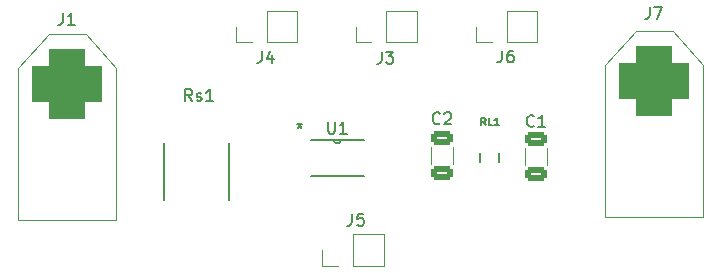
<source format=gto>
%TF.GenerationSoftware,KiCad,Pcbnew,7.0.2*%
%TF.CreationDate,2023-06-26T21:45:58-07:00*%
%TF.ProjectId,Current Sense Standalone,43757272-656e-4742-9053-656e73652053,rev?*%
%TF.SameCoordinates,Original*%
%TF.FileFunction,Legend,Top*%
%TF.FilePolarity,Positive*%
%FSLAX46Y46*%
G04 Gerber Fmt 4.6, Leading zero omitted, Abs format (unit mm)*
G04 Created by KiCad (PCBNEW 7.0.2) date 2023-06-26 21:45:58*
%MOMM*%
%LPD*%
G01*
G04 APERTURE LIST*
G04 Aperture macros list*
%AMRoundRect*
0 Rectangle with rounded corners*
0 $1 Rounding radius*
0 $2 $3 $4 $5 $6 $7 $8 $9 X,Y pos of 4 corners*
0 Add a 4 corners polygon primitive as box body*
4,1,4,$2,$3,$4,$5,$6,$7,$8,$9,$2,$3,0*
0 Add four circle primitives for the rounded corners*
1,1,$1+$1,$2,$3*
1,1,$1+$1,$4,$5*
1,1,$1+$1,$6,$7*
1,1,$1+$1,$8,$9*
0 Add four rect primitives between the rounded corners*
20,1,$1+$1,$2,$3,$4,$5,0*
20,1,$1+$1,$4,$5,$6,$7,0*
20,1,$1+$1,$6,$7,$8,$9,0*
20,1,$1+$1,$8,$9,$2,$3,0*%
G04 Aperture macros list end*
%ADD10C,0.150000*%
%ADD11C,0.152400*%
%ADD12C,0.127000*%
%ADD13C,0.120000*%
%ADD14R,1.473200X0.355600*%
%ADD15R,6.200000X2.700000*%
%ADD16R,1.800000X1.600000*%
%ADD17C,6.000000*%
%ADD18RoundRect,1.500000X-1.500000X1.500000X-1.500000X-1.500000X1.500000X-1.500000X1.500000X1.500000X0*%
%ADD19R,1.700000X1.700000*%
%ADD20O,1.700000X1.700000*%
%ADD21RoundRect,0.250000X-0.650000X0.325000X-0.650000X-0.325000X0.650000X-0.325000X0.650000X0.325000X0*%
G04 APERTURE END LIST*
D10*
X141097095Y-91877618D02*
X141097095Y-92687141D01*
X141097095Y-92687141D02*
X141144714Y-92782379D01*
X141144714Y-92782379D02*
X141192333Y-92829999D01*
X141192333Y-92829999D02*
X141287571Y-92877618D01*
X141287571Y-92877618D02*
X141478047Y-92877618D01*
X141478047Y-92877618D02*
X141573285Y-92829999D01*
X141573285Y-92829999D02*
X141620904Y-92782379D01*
X141620904Y-92782379D02*
X141668523Y-92687141D01*
X141668523Y-92687141D02*
X141668523Y-91877618D01*
X142668523Y-92877618D02*
X142097095Y-92877618D01*
X142382809Y-92877618D02*
X142382809Y-91877618D01*
X142382809Y-91877618D02*
X142287571Y-92020475D01*
X142287571Y-92020475D02*
X142192333Y-92115713D01*
X142192333Y-92115713D02*
X142097095Y-92163332D01*
X138684000Y-91944018D02*
X138684000Y-92182113D01*
X138445905Y-92086875D02*
X138684000Y-92182113D01*
X138684000Y-92182113D02*
X138922095Y-92086875D01*
X138541143Y-92372589D02*
X138684000Y-92182113D01*
X138684000Y-92182113D02*
X138826857Y-92372589D01*
X138684000Y-91944018D02*
X138684000Y-92182113D01*
X138445905Y-92086875D02*
X138684000Y-92182113D01*
X138684000Y-92182113D02*
X138922095Y-92086875D01*
X138541143Y-92372589D02*
X138684000Y-92182113D01*
X138684000Y-92182113D02*
X138826857Y-92372589D01*
X129581691Y-90121481D02*
X129248358Y-89645290D01*
X129010263Y-90121481D02*
X129010263Y-89121481D01*
X129010263Y-89121481D02*
X129391215Y-89121481D01*
X129391215Y-89121481D02*
X129486453Y-89169100D01*
X129486453Y-89169100D02*
X129534072Y-89216719D01*
X129534072Y-89216719D02*
X129581691Y-89311957D01*
X129581691Y-89311957D02*
X129581691Y-89454814D01*
X129581691Y-89454814D02*
X129534072Y-89550052D01*
X129534072Y-89550052D02*
X129486453Y-89597671D01*
X129486453Y-89597671D02*
X129391215Y-89645290D01*
X129391215Y-89645290D02*
X129010263Y-89645290D01*
X129962644Y-90073862D02*
X130057882Y-90121481D01*
X130057882Y-90121481D02*
X130248358Y-90121481D01*
X130248358Y-90121481D02*
X130343596Y-90073862D01*
X130343596Y-90073862D02*
X130391215Y-89978623D01*
X130391215Y-89978623D02*
X130391215Y-89931004D01*
X130391215Y-89931004D02*
X130343596Y-89835766D01*
X130343596Y-89835766D02*
X130248358Y-89788147D01*
X130248358Y-89788147D02*
X130105501Y-89788147D01*
X130105501Y-89788147D02*
X130010263Y-89740528D01*
X130010263Y-89740528D02*
X129962644Y-89645290D01*
X129962644Y-89645290D02*
X129962644Y-89597671D01*
X129962644Y-89597671D02*
X130010263Y-89502433D01*
X130010263Y-89502433D02*
X130105501Y-89454814D01*
X130105501Y-89454814D02*
X130248358Y-89454814D01*
X130248358Y-89454814D02*
X130343596Y-89502433D01*
X131343596Y-90121481D02*
X130772168Y-90121481D01*
X131057882Y-90121481D02*
X131057882Y-89121481D01*
X131057882Y-89121481D02*
X130962644Y-89264338D01*
X130962644Y-89264338D02*
X130867406Y-89359576D01*
X130867406Y-89359576D02*
X130772168Y-89407195D01*
X154431753Y-92185973D02*
X154221623Y-91885787D01*
X154071530Y-92185973D02*
X154071530Y-91555582D01*
X154071530Y-91555582D02*
X154311679Y-91555582D01*
X154311679Y-91555582D02*
X154371716Y-91585601D01*
X154371716Y-91585601D02*
X154401734Y-91615619D01*
X154401734Y-91615619D02*
X154431753Y-91675657D01*
X154431753Y-91675657D02*
X154431753Y-91765712D01*
X154431753Y-91765712D02*
X154401734Y-91825750D01*
X154401734Y-91825750D02*
X154371716Y-91855768D01*
X154371716Y-91855768D02*
X154311679Y-91885787D01*
X154311679Y-91885787D02*
X154071530Y-91885787D01*
X155002107Y-92185973D02*
X154701921Y-92185973D01*
X154701921Y-92185973D02*
X154701921Y-91555582D01*
X155542442Y-92185973D02*
X155182219Y-92185973D01*
X155362331Y-92185973D02*
X155362331Y-91555582D01*
X155362331Y-91555582D02*
X155302293Y-91645638D01*
X155302293Y-91645638D02*
X155242256Y-91705675D01*
X155242256Y-91705675D02*
X155182219Y-91735694D01*
X168344871Y-82143479D02*
X168344871Y-82857764D01*
X168344871Y-82857764D02*
X168297252Y-83000621D01*
X168297252Y-83000621D02*
X168202014Y-83095860D01*
X168202014Y-83095860D02*
X168059157Y-83143479D01*
X168059157Y-83143479D02*
X167963919Y-83143479D01*
X168725824Y-82143479D02*
X169392490Y-82143479D01*
X169392490Y-82143479D02*
X168963919Y-83143479D01*
X155816435Y-85843331D02*
X155816435Y-86557616D01*
X155816435Y-86557616D02*
X155768816Y-86700473D01*
X155768816Y-86700473D02*
X155673578Y-86795712D01*
X155673578Y-86795712D02*
X155530721Y-86843331D01*
X155530721Y-86843331D02*
X155435483Y-86843331D01*
X156721197Y-85843331D02*
X156530721Y-85843331D01*
X156530721Y-85843331D02*
X156435483Y-85890950D01*
X156435483Y-85890950D02*
X156387864Y-85938569D01*
X156387864Y-85938569D02*
X156292626Y-86081426D01*
X156292626Y-86081426D02*
X156245007Y-86271902D01*
X156245007Y-86271902D02*
X156245007Y-86652854D01*
X156245007Y-86652854D02*
X156292626Y-86748092D01*
X156292626Y-86748092D02*
X156340245Y-86795712D01*
X156340245Y-86795712D02*
X156435483Y-86843331D01*
X156435483Y-86843331D02*
X156625959Y-86843331D01*
X156625959Y-86843331D02*
X156721197Y-86795712D01*
X156721197Y-86795712D02*
X156768816Y-86748092D01*
X156768816Y-86748092D02*
X156816435Y-86652854D01*
X156816435Y-86652854D02*
X156816435Y-86414759D01*
X156816435Y-86414759D02*
X156768816Y-86319521D01*
X156768816Y-86319521D02*
X156721197Y-86271902D01*
X156721197Y-86271902D02*
X156625959Y-86224283D01*
X156625959Y-86224283D02*
X156435483Y-86224283D01*
X156435483Y-86224283D02*
X156340245Y-86271902D01*
X156340245Y-86271902D02*
X156292626Y-86319521D01*
X156292626Y-86319521D02*
X156245007Y-86414759D01*
X143116267Y-99674322D02*
X143116267Y-100388607D01*
X143116267Y-100388607D02*
X143068648Y-100531464D01*
X143068648Y-100531464D02*
X142973410Y-100626703D01*
X142973410Y-100626703D02*
X142830553Y-100674322D01*
X142830553Y-100674322D02*
X142735315Y-100674322D01*
X144068648Y-99674322D02*
X143592458Y-99674322D01*
X143592458Y-99674322D02*
X143544839Y-100150512D01*
X143544839Y-100150512D02*
X143592458Y-100102893D01*
X143592458Y-100102893D02*
X143687696Y-100055274D01*
X143687696Y-100055274D02*
X143925791Y-100055274D01*
X143925791Y-100055274D02*
X144021029Y-100102893D01*
X144021029Y-100102893D02*
X144068648Y-100150512D01*
X144068648Y-100150512D02*
X144116267Y-100245750D01*
X144116267Y-100245750D02*
X144116267Y-100483845D01*
X144116267Y-100483845D02*
X144068648Y-100579083D01*
X144068648Y-100579083D02*
X144021029Y-100626703D01*
X144021029Y-100626703D02*
X143925791Y-100674322D01*
X143925791Y-100674322D02*
X143687696Y-100674322D01*
X143687696Y-100674322D02*
X143592458Y-100626703D01*
X143592458Y-100626703D02*
X143544839Y-100579083D01*
X135480817Y-85894944D02*
X135480817Y-86609229D01*
X135480817Y-86609229D02*
X135433198Y-86752086D01*
X135433198Y-86752086D02*
X135337960Y-86847325D01*
X135337960Y-86847325D02*
X135195103Y-86894944D01*
X135195103Y-86894944D02*
X135099865Y-86894944D01*
X136385579Y-86228277D02*
X136385579Y-86894944D01*
X136147484Y-85847325D02*
X135909389Y-86561610D01*
X135909389Y-86561610D02*
X136528436Y-86561610D01*
X145622819Y-85946557D02*
X145622819Y-86660842D01*
X145622819Y-86660842D02*
X145575200Y-86803699D01*
X145575200Y-86803699D02*
X145479962Y-86898938D01*
X145479962Y-86898938D02*
X145337105Y-86946557D01*
X145337105Y-86946557D02*
X145241867Y-86946557D01*
X146003772Y-85946557D02*
X146622819Y-85946557D01*
X146622819Y-85946557D02*
X146289486Y-86327509D01*
X146289486Y-86327509D02*
X146432343Y-86327509D01*
X146432343Y-86327509D02*
X146527581Y-86375128D01*
X146527581Y-86375128D02*
X146575200Y-86422747D01*
X146575200Y-86422747D02*
X146622819Y-86517985D01*
X146622819Y-86517985D02*
X146622819Y-86756080D01*
X146622819Y-86756080D02*
X146575200Y-86851318D01*
X146575200Y-86851318D02*
X146527581Y-86898938D01*
X146527581Y-86898938D02*
X146432343Y-86946557D01*
X146432343Y-86946557D02*
X146146629Y-86946557D01*
X146146629Y-86946557D02*
X146051391Y-86898938D01*
X146051391Y-86898938D02*
X146003772Y-86851318D01*
X118647602Y-82673592D02*
X118647602Y-83387877D01*
X118647602Y-83387877D02*
X118599983Y-83530734D01*
X118599983Y-83530734D02*
X118504745Y-83625973D01*
X118504745Y-83625973D02*
X118361888Y-83673592D01*
X118361888Y-83673592D02*
X118266650Y-83673592D01*
X119647602Y-83673592D02*
X119076174Y-83673592D01*
X119361888Y-83673592D02*
X119361888Y-82673592D01*
X119361888Y-82673592D02*
X119266650Y-82816449D01*
X119266650Y-82816449D02*
X119171412Y-82911687D01*
X119171412Y-82911687D02*
X119076174Y-82959306D01*
X150558449Y-91994118D02*
X150510830Y-92041738D01*
X150510830Y-92041738D02*
X150367973Y-92089357D01*
X150367973Y-92089357D02*
X150272735Y-92089357D01*
X150272735Y-92089357D02*
X150129878Y-92041738D01*
X150129878Y-92041738D02*
X150034640Y-91946499D01*
X150034640Y-91946499D02*
X149987021Y-91851261D01*
X149987021Y-91851261D02*
X149939402Y-91660785D01*
X149939402Y-91660785D02*
X149939402Y-91517928D01*
X149939402Y-91517928D02*
X149987021Y-91327452D01*
X149987021Y-91327452D02*
X150034640Y-91232214D01*
X150034640Y-91232214D02*
X150129878Y-91136976D01*
X150129878Y-91136976D02*
X150272735Y-91089357D01*
X150272735Y-91089357D02*
X150367973Y-91089357D01*
X150367973Y-91089357D02*
X150510830Y-91136976D01*
X150510830Y-91136976D02*
X150558449Y-91184595D01*
X150939402Y-91184595D02*
X150987021Y-91136976D01*
X150987021Y-91136976D02*
X151082259Y-91089357D01*
X151082259Y-91089357D02*
X151320354Y-91089357D01*
X151320354Y-91089357D02*
X151415592Y-91136976D01*
X151415592Y-91136976D02*
X151463211Y-91184595D01*
X151463211Y-91184595D02*
X151510830Y-91279833D01*
X151510830Y-91279833D02*
X151510830Y-91375071D01*
X151510830Y-91375071D02*
X151463211Y-91517928D01*
X151463211Y-91517928D02*
X150891783Y-92089357D01*
X150891783Y-92089357D02*
X151510830Y-92089357D01*
X158521713Y-92205269D02*
X158474094Y-92252889D01*
X158474094Y-92252889D02*
X158331237Y-92300508D01*
X158331237Y-92300508D02*
X158235999Y-92300508D01*
X158235999Y-92300508D02*
X158093142Y-92252889D01*
X158093142Y-92252889D02*
X157997904Y-92157650D01*
X157997904Y-92157650D02*
X157950285Y-92062412D01*
X157950285Y-92062412D02*
X157902666Y-91871936D01*
X157902666Y-91871936D02*
X157902666Y-91729079D01*
X157902666Y-91729079D02*
X157950285Y-91538603D01*
X157950285Y-91538603D02*
X157997904Y-91443365D01*
X157997904Y-91443365D02*
X158093142Y-91348127D01*
X158093142Y-91348127D02*
X158235999Y-91300508D01*
X158235999Y-91300508D02*
X158331237Y-91300508D01*
X158331237Y-91300508D02*
X158474094Y-91348127D01*
X158474094Y-91348127D02*
X158521713Y-91395746D01*
X159474094Y-92300508D02*
X158902666Y-92300508D01*
X159188380Y-92300508D02*
X159188380Y-91300508D01*
X159188380Y-91300508D02*
X159093142Y-91443365D01*
X159093142Y-91443365D02*
X158997904Y-91538603D01*
X158997904Y-91538603D02*
X158902666Y-91586222D01*
D11*
X139611100Y-96504399D02*
X144106900Y-96504399D01*
X144106900Y-93405599D02*
X139611100Y-93405599D01*
X141554200Y-93405599D02*
G75*
G03*
X142163800Y-93405599I304800J0D01*
G01*
D10*
X127209273Y-98523011D02*
X127209273Y-93673011D01*
X132709273Y-98523011D02*
X132709273Y-93673011D01*
D12*
X155583375Y-94509624D02*
X155583375Y-95309624D01*
X153983375Y-94509624D02*
X153983375Y-95309624D01*
D13*
X172824045Y-99911822D02*
X172824045Y-87061822D01*
X170274045Y-84211822D02*
X167124045Y-84211822D01*
X164524045Y-87061822D02*
X164524045Y-99911822D01*
X164524045Y-99911822D02*
X172824045Y-99911822D01*
X172824045Y-87061822D02*
X170274045Y-84211822D01*
X167124045Y-84211822D02*
X164524045Y-87061822D01*
X154940000Y-85150000D02*
X153610000Y-85150000D01*
X158810000Y-85150000D02*
X158810000Y-82490000D01*
X156210000Y-85150000D02*
X158810000Y-85150000D01*
X156210000Y-85150000D02*
X156210000Y-82490000D01*
X153610000Y-85150000D02*
X153610000Y-83820000D01*
X156210000Y-82490000D02*
X158810000Y-82490000D01*
X141928963Y-104068800D02*
X140598963Y-104068800D01*
X145798963Y-104068800D02*
X145798963Y-101408800D01*
X143198963Y-104068800D02*
X145798963Y-104068800D01*
X143198963Y-104068800D02*
X143198963Y-101408800D01*
X140598963Y-104068800D02*
X140598963Y-102738800D01*
X143198963Y-101408800D02*
X145798963Y-101408800D01*
X134620000Y-85150000D02*
X133290000Y-85150000D01*
X138490000Y-85150000D02*
X138490000Y-82490000D01*
X135890000Y-85150000D02*
X138490000Y-85150000D01*
X135890000Y-85150000D02*
X135890000Y-82490000D01*
X133290000Y-85150000D02*
X133290000Y-83820000D01*
X135890000Y-82490000D02*
X138490000Y-82490000D01*
X144765000Y-85150000D02*
X143435000Y-85150000D01*
X148635000Y-85150000D02*
X148635000Y-82490000D01*
X146035000Y-85150000D02*
X148635000Y-85150000D01*
X146035000Y-85150000D02*
X146035000Y-82490000D01*
X143435000Y-85150000D02*
X143435000Y-83820000D01*
X146035000Y-82490000D02*
X148635000Y-82490000D01*
X123130936Y-100160973D02*
X123130936Y-87310973D01*
X120580936Y-84460973D02*
X117430936Y-84460973D01*
X114830936Y-87310973D02*
X114830936Y-100160973D01*
X114830936Y-100160973D02*
X123130936Y-100160973D01*
X123130936Y-87310973D02*
X120580936Y-84460973D01*
X117430936Y-84460973D02*
X114830936Y-87310973D01*
X151651329Y-94027614D02*
X151651329Y-95450118D01*
X149831329Y-94027614D02*
X149831329Y-95450118D01*
X159603078Y-94118532D02*
X159603078Y-95541036D01*
X157783078Y-94118532D02*
X157783078Y-95541036D01*
%LPC*%
D14*
X138938000Y-93980000D03*
X138938000Y-94629998D03*
X138938000Y-95280000D03*
X138938000Y-95929998D03*
X144780000Y-95929998D03*
X144780000Y-95280000D03*
X144780000Y-94629998D03*
X144780000Y-93980000D03*
D15*
X129959273Y-100248011D03*
X129959273Y-91948011D03*
D16*
X154783375Y-93509624D03*
X154783375Y-96309624D03*
D17*
X168674045Y-95661822D03*
D18*
X168674045Y-88461822D03*
D19*
X154940000Y-83820000D03*
D20*
X157480000Y-83820000D03*
D19*
X141928963Y-102738800D03*
D20*
X144468963Y-102738800D03*
D19*
X134620000Y-83820000D03*
D20*
X137160000Y-83820000D03*
D19*
X144765000Y-83820000D03*
D20*
X147305000Y-83820000D03*
D18*
X118980936Y-88710973D03*
D17*
X118980936Y-95910973D03*
D21*
X150741329Y-93263866D03*
X150741329Y-96213866D03*
X158693078Y-93354784D03*
X158693078Y-96304784D03*
%LPD*%
M02*

</source>
